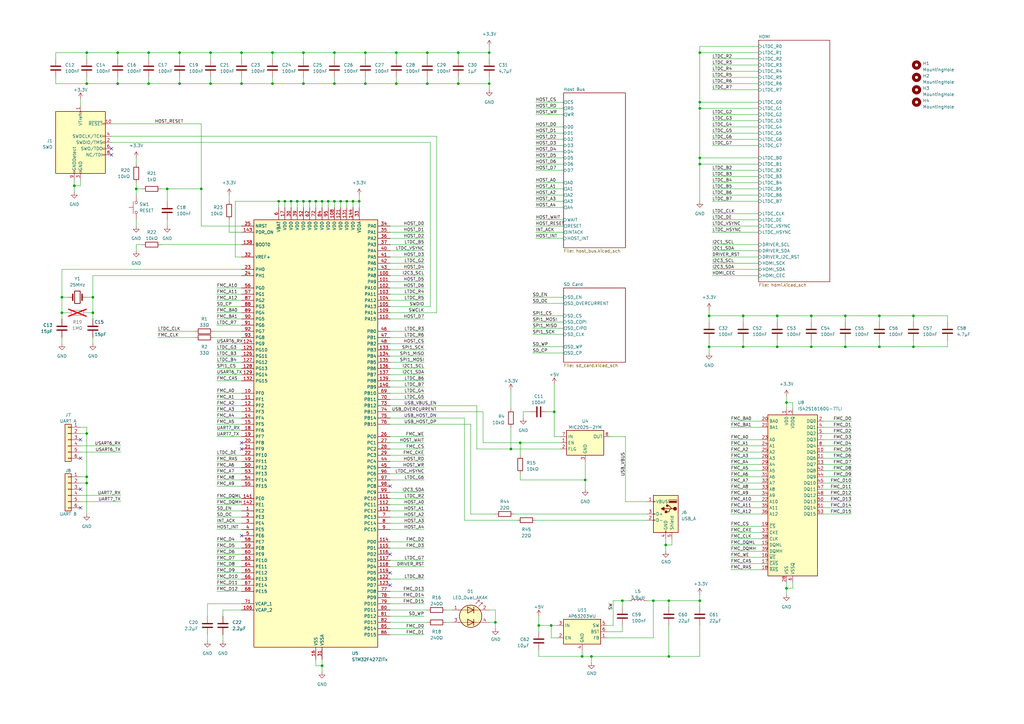
<source format=kicad_sch>
(kicad_sch (version 20230121) (generator eeschema)
  (paper "A3")
  (title_block (title "ECB Video Card") (rev "1.0") (company "Nathan Dumont"))
  (junction (at 227.33 168.91))
  (junction (at 134.62 82.55))
  (junction (at 124.46 82.55))
  (junction (at 220.98 256.54))
  (junction (at 187.96 21.59))
  (junction (at 129.54 82.55))
  (junction (at 162.56 21.59))
  (junction (at 121.92 82.55))
  (junction (at 274.32 246.38))
  (junction (at 35.56 195.58))
  (junction (at 273.05 223.52))
  (junction (at 322.58 241.3))
  (junction (at 73.66 21.59))
  (junction (at 360.68 129.54))
  (junction (at 175.26 21.59))
  (junction (at 35.56 177.8))
  (junction (at 60.96 21.59))
  (junction (at 86.36 21.59))
  (junction (at 238.76 269.24))
  (junction (at 114.3 82.55))
  (junction (at 332.74 142.24))
  (junction (at 200.66 34.29))
  (junction (at 203.2 255.27))
  (junction (at 60.96 34.29))
  (junction (at 274.32 269.24))
  (junction (at 124.46 34.29))
  (junction (at 132.08 82.55))
  (junction (at 255.27 246.38))
  (junction (at 25.4 128.27))
  (junction (at 144.78 82.55))
  (junction (at 149.86 34.29))
  (junction (at 48.26 34.29))
  (junction (at 332.74 129.54))
  (junction (at 147.32 82.55))
  (junction (at 213.36 181.61))
  (junction (at 287.02 246.38))
  (junction (at 162.56 34.29))
  (junction (at 374.65 129.54))
  (junction (at 73.66 34.29))
  (junction (at 304.8 129.54))
  (junction (at 137.16 82.55))
  (junction (at 119.38 82.55))
  (junction (at 142.24 82.55))
  (junction (at 116.84 82.55))
  (junction (at 68.58 77.47))
  (junction (at 35.56 198.12))
  (junction (at 322.58 165.1))
  (junction (at 175.26 34.29))
  (junction (at 111.76 34.29))
  (junction (at 346.71 129.54))
  (junction (at 35.56 21.59))
  (junction (at 137.16 21.59))
  (junction (at 287.02 21.59))
  (junction (at 99.06 34.29))
  (junction (at 132.08 273.05))
  (junction (at 30.48 76.2))
  (junction (at 111.76 21.59))
  (junction (at 187.96 34.29))
  (junction (at 242.57 269.24))
  (junction (at 346.71 142.24))
  (junction (at 290.83 129.54))
  (junction (at 287.02 67.31))
  (junction (at 38.1 121.92))
  (junction (at 374.65 142.24))
  (junction (at 137.16 34.29))
  (junction (at 360.68 142.24))
  (junction (at 55.88 77.47))
  (junction (at 124.46 21.59))
  (junction (at 318.77 142.24))
  (junction (at 200.66 21.59))
  (junction (at 240.03 196.85))
  (junction (at 149.86 21.59))
  (junction (at 287.02 64.77))
  (junction (at 287.02 41.91))
  (junction (at 318.77 129.54))
  (junction (at 267.97 246.38))
  (junction (at 287.02 44.45))
  (junction (at 82.55 77.47))
  (junction (at 99.06 21.59))
  (junction (at 209.55 184.15))
  (junction (at 35.56 34.29))
  (junction (at 139.7 82.55))
  (junction (at 38.1 128.27))
  (junction (at 290.83 142.24))
  (junction (at 127 82.55))
  (junction (at 86.36 34.29))
  (junction (at 226.06 256.54))
  (junction (at 48.26 21.59))
  (junction (at 25.4 121.92))
  (junction (at 304.8 142.24))
  (no_connect (at 33.02 187.96))
  (no_connect (at 160.02 227.33))
  (no_connect (at 99.06 219.71))
  (no_connect (at 160.02 234.95))
  (no_connect (at 45.72 60.96))
  (no_connect (at 99.06 184.15))
  (no_connect (at 33.02 180.34))
  (no_connect (at 45.72 63.5))
  (no_connect (at 160.02 199.39))
  (no_connect (at 33.02 200.66))
  (no_connect (at 33.02 208.28))
  (no_connect (at 160.02 240.03))
  (no_connect (at 99.06 181.61))
  (wire (pts (xy 119.38 82.55) (xy 121.92 82.55)))
  (wire (pts (xy 219.71 41.91) (xy 231.14 41.91)))
  (wire (pts (xy 55.88 90.17) (xy 55.88 92.71)))
  (wire (pts (xy 219.71 77.47) (xy 231.14 77.47)))
  (wire (pts (xy 30.48 76.2) (xy 33.02 76.2)))
  (wire (pts (xy 290.83 142.24) (xy 304.8 142.24)))
  (wire (pts (xy 218.44 137.16) (xy 231.14 137.16)))
  (wire (pts (xy 337.82 175.26) (xy 349.25 175.26)))
  (wire (pts (xy 144.78 82.55) (xy 147.32 82.55)))
  (wire (pts (xy 287.02 64.77) (xy 287.02 67.31)))
  (wire (pts (xy 88.9 232.41) (xy 99.06 232.41)))
  (wire (pts (xy 33.02 195.58) (xy 35.56 195.58)))
  (wire (pts (xy 160.02 229.87) (xy 173.99 229.87)))
  (wire (pts (xy 88.9 168.91) (xy 99.06 168.91)))
  (wire (pts (xy 88.9 125.73) (xy 99.06 125.73)))
  (wire (pts (xy 287.02 269.24) (xy 274.32 269.24)))
  (wire (pts (xy 337.82 190.5) (xy 349.25 190.5)))
  (wire (pts (xy 337.82 193.04) (xy 349.25 193.04)))
  (wire (pts (xy 337.82 203.2) (xy 349.25 203.2)))
  (wire (pts (xy 287.02 67.31) (xy 311.15 67.31)))
  (wire (pts (xy 256.54 205.74) (xy 265.43 205.74)))
  (wire (pts (xy 198.12 181.61) (xy 213.36 181.61)))
  (wire (pts (xy 160.02 148.59) (xy 173.99 148.59)))
  (wire (pts (xy 33.02 205.74) (xy 49.53 205.74)))
  (wire (pts (xy 217.17 168.91) (xy 214.63 168.91)))
  (wire (pts (xy 129.54 82.55) (xy 129.54 85.09)))
  (wire (pts (xy 255.27 246.38) (xy 257.81 246.38)))
  (wire (pts (xy 162.56 34.29) (xy 162.56 31.75)))
  (wire (pts (xy 82.55 50.8) (xy 82.55 77.47)))
  (wire (pts (xy 35.56 21.59) (xy 35.56 24.13)))
  (wire (pts (xy 132.08 273.05) (xy 132.08 275.59)))
  (wire (pts (xy 132.08 82.55) (xy 132.08 85.09)))
  (wire (pts (xy 219.71 57.15) (xy 231.14 57.15)))
  (wire (pts (xy 88.9 242.57) (xy 99.06 242.57)))
  (wire (pts (xy 200.66 21.59) (xy 200.66 24.13)))
  (wire (pts (xy 66.04 100.33) (xy 99.06 100.33)))
  (wire (pts (xy 38.1 128.27) (xy 35.56 128.27)))
  (wire (pts (xy 35.56 195.58) (xy 35.56 198.12)))
  (wire (pts (xy 22.86 34.29) (xy 22.86 31.75)))
  (wire (pts (xy 88.9 186.69) (xy 99.06 186.69)))
  (wire (pts (xy 360.68 142.24) (xy 374.65 142.24)))
  (wire (pts (xy 292.1 54.61) (xy 311.15 54.61)))
  (wire (pts (xy 292.1 34.29) (xy 311.15 34.29)))
  (wire (pts (xy 219.71 64.77) (xy 231.14 64.77)))
  (wire (pts (xy 318.77 129.54) (xy 318.77 132.08)))
  (wire (pts (xy 299.72 172.72) (xy 312.42 172.72)))
  (wire (pts (xy 200.66 19.05) (xy 200.66 21.59)))
  (wire (pts (xy 267.97 261.62) (xy 248.92 261.62)))
  (wire (pts (xy 124.46 82.55) (xy 127 82.55)))
  (wire (pts (xy 149.86 21.59) (xy 149.86 24.13)))
  (wire (pts (xy 292.1 36.83) (xy 311.15 36.83)))
  (wire (pts (xy 219.71 46.99) (xy 231.14 46.99)))
  (wire (pts (xy 220.98 252.73) (xy 220.98 256.54)))
  (wire (pts (xy 160.02 237.49) (xy 173.99 237.49)))
  (wire (pts (xy 388.62 129.54) (xy 374.65 129.54)))
  (wire (pts (xy 111.76 34.29) (xy 111.76 31.75)))
  (wire (pts (xy 124.46 34.29) (xy 111.76 34.29)))
  (wire (pts (xy 295.91 308.61) (xy 295.91 306.07)))
  (wire (pts (xy 299.72 228.6) (xy 312.42 228.6)))
  (wire (pts (xy 299.72 200.66) (xy 312.42 200.66)))
  (wire (pts (xy 160.02 140.97) (xy 173.99 140.97)))
  (wire (pts (xy 322.58 167.64) (xy 322.58 165.1)))
  (wire (pts (xy 287.02 41.91) (xy 287.02 44.45)))
  (wire (pts (xy 93.98 80.01) (xy 93.98 82.55)))
  (wire (pts (xy 218.44 144.78) (xy 231.14 144.78)))
  (wire (pts (xy 299.72 231.14) (xy 312.42 231.14)))
  (wire (pts (xy 292.1 31.75) (xy 311.15 31.75)))
  (wire (pts (xy 193.04 173.99) (xy 160.02 173.99)))
  (wire (pts (xy 250.19 179.07) (xy 256.54 179.07)))
  (wire (pts (xy 160.02 194.31) (xy 173.99 194.31)))
  (wire (pts (xy 218.44 132.08) (xy 231.14 132.08)))
  (wire (pts (xy 35.56 198.12) (xy 35.56 210.82)))
  (wire (pts (xy 274.32 269.24) (xy 242.57 269.24)))
  (wire (pts (xy 299.72 182.88) (xy 312.42 182.88)))
  (wire (pts (xy 68.58 77.47) (xy 82.55 77.47)))
  (wire (pts (xy 337.82 208.28) (xy 349.25 208.28)))
  (wire (pts (xy 124.46 82.55) (xy 124.46 85.09)))
  (wire (pts (xy 275.59 306.07) (xy 275.59 308.61)))
  (wire (pts (xy 137.16 82.55) (xy 139.7 82.55)))
  (wire (pts (xy 337.82 210.82) (xy 349.25 210.82)))
  (wire (pts (xy 93.98 95.25) (xy 99.06 95.25)))
  (wire (pts (xy 388.62 132.08) (xy 388.62 129.54)))
  (wire (pts (xy 55.88 100.33) (xy 58.42 100.33)))
  (wire (pts (xy 88.9 176.53) (xy 99.06 176.53)))
  (wire (pts (xy 160.02 151.13) (xy 173.99 151.13)))
  (wire (pts (xy 38.1 128.27) (xy 38.1 130.81)))
  (wire (pts (xy 175.26 34.29) (xy 162.56 34.29)))
  (wire (pts (xy 160.02 125.73) (xy 176.53 125.73)))
  (wire (pts (xy 374.65 142.24) (xy 374.65 139.7)))
  (wire (pts (xy 25.4 128.27) (xy 25.4 130.81)))
  (wire (pts (xy 25.4 110.49) (xy 25.4 121.92)))
  (wire (pts (xy 228.6 261.62) (xy 226.06 261.62)))
  (wire (pts (xy 58.42 77.47) (xy 55.88 77.47)))
  (wire (pts (xy 218.44 142.24) (xy 231.14 142.24)))
  (wire (pts (xy 220.98 269.24) (xy 238.76 269.24)))
  (wire (pts (xy 325.12 165.1) (xy 325.12 167.64)))
  (wire (pts (xy 160.02 138.43) (xy 173.99 138.43)))
  (wire (pts (xy 299.72 198.12) (xy 312.42 198.12)))
  (wire (pts (xy 88.9 234.95) (xy 99.06 234.95)))
  (wire (pts (xy 274.32 256.54) (xy 274.32 269.24)))
  (wire (pts (xy 322.58 162.56) (xy 322.58 165.1)))
  (wire (pts (xy 160.02 184.15) (xy 173.99 184.15)))
  (wire (pts (xy 292.1 69.85) (xy 311.15 69.85)))
  (wire (pts (xy 273.05 223.52) (xy 275.59 223.52)))
  (wire (pts (xy 187.96 34.29) (xy 187.96 31.75)))
  (wire (pts (xy 64.77 138.43) (xy 80.01 138.43)))
  (wire (pts (xy 60.96 34.29) (xy 60.96 31.75)))
  (wire (pts (xy 132.08 82.55) (xy 134.62 82.55)))
  (wire (pts (xy 142.24 82.55) (xy 144.78 82.55)))
  (wire (pts (xy 73.66 34.29) (xy 60.96 34.29)))
  (wire (pts (xy 160.02 242.57) (xy 173.99 242.57)))
  (wire (pts (xy 190.5 213.36) (xy 212.09 213.36)))
  (wire (pts (xy 88.9 143.51) (xy 99.06 143.51)))
  (wire (pts (xy 160.02 232.41) (xy 173.99 232.41)))
  (wire (pts (xy 292.1 74.93) (xy 311.15 74.93)))
  (wire (pts (xy 224.79 168.91) (xy 227.33 168.91)))
  (wire (pts (xy 346.71 129.54) (xy 346.71 132.08)))
  (wire (pts (xy 292.1 72.39) (xy 311.15 72.39)))
  (wire (pts (xy 88.9 189.23) (xy 99.06 189.23)))
  (wire (pts (xy 160.02 171.45) (xy 190.5 171.45)))
  (wire (pts (xy 33.02 185.42) (xy 49.53 185.42)))
  (wire (pts (xy 160.02 128.27) (xy 179.07 128.27)))
  (wire (pts (xy 88.9 191.77) (xy 99.06 191.77)))
  (wire (pts (xy 160.02 179.07) (xy 173.99 179.07)))
  (wire (pts (xy 144.78 82.55) (xy 144.78 85.09)))
  (wire (pts (xy 299.72 208.28) (xy 312.42 208.28)))
  (wire (pts (xy 288.29 306.07) (xy 288.29 308.61)))
  (wire (pts (xy 290.83 139.7) (xy 290.83 142.24)))
  (wire (pts (xy 160.02 209.55) (xy 173.99 209.55)))
  (wire (pts (xy 292.1 87.63) (xy 311.15 87.63)))
  (wire (pts (xy 160.02 120.65) (xy 173.99 120.65)))
  (wire (pts (xy 292.1 77.47) (xy 311.15 77.47)))
  (wire (pts (xy 88.9 166.37) (xy 99.06 166.37)))
  (wire (pts (xy 88.9 173.99) (xy 99.06 173.99)))
  (wire (pts (xy 88.9 133.35) (xy 99.06 133.35)))
  (wire (pts (xy 304.8 129.54) (xy 318.77 129.54)))
  (wire (pts (xy 287.02 243.84) (xy 287.02 246.38)))
  (wire (pts (xy 73.66 21.59) (xy 86.36 21.59)))
  (wire (pts (xy 213.36 186.69) (xy 213.36 181.61)))
  (wire (pts (xy 25.4 128.27) (xy 25.4 121.92)))
  (wire (pts (xy 88.9 217.17) (xy 99.06 217.17)))
  (wire (pts (xy 82.55 77.47) (xy 82.55 92.71)))
  (wire (pts (xy 99.06 105.41) (xy 96.52 105.41)))
  (wire (pts (xy 346.71 139.7) (xy 346.71 142.24)))
  (wire (pts (xy 162.56 21.59) (xy 175.26 21.59)))
  (wire (pts (xy 299.72 175.26) (xy 312.42 175.26)))
  (wire (pts (xy 85.09 260.35) (xy 85.09 262.89)))
  (wire (pts (xy 116.84 82.55) (xy 116.84 85.09)))
  (wire (pts (xy 219.71 74.93) (xy 231.14 74.93)))
  (wire (pts (xy 160.02 118.11) (xy 173.99 118.11)))
  (wire (pts (xy 88.9 120.65) (xy 99.06 120.65)))
  (wire (pts (xy 87.63 135.89) (xy 99.06 135.89)))
  (wire (pts (xy 229.87 184.15) (xy 209.55 184.15)))
  (wire (pts (xy 35.56 175.26) (xy 35.56 177.8)))
  (wire (pts (xy 292.1 92.71) (xy 311.15 92.71)))
  (wire (pts (xy 299.72 203.2) (xy 312.42 203.2)))
  (wire (pts (xy 160.02 135.89) (xy 173.99 135.89)))
  (wire (pts (xy 304.8 139.7) (xy 304.8 142.24)))
  (wire (pts (xy 332.74 129.54) (xy 332.74 132.08)))
  (wire (pts (xy 88.9 179.07) (xy 99.06 179.07)))
  (wire (pts (xy 287.02 21.59) (xy 311.15 21.59)))
  (wire (pts (xy 160.02 217.17) (xy 173.99 217.17)))
  (wire (pts (xy 121.92 82.55) (xy 121.92 85.09)))
  (wire (pts (xy 287.02 256.54) (xy 287.02 269.24)))
  (wire (pts (xy 87.63 138.43) (xy 99.06 138.43)))
  (wire (pts (xy 299.72 205.74) (xy 312.42 205.74)))
  (wire (pts (xy 55.88 64.77) (xy 55.88 67.31)))
  (wire (pts (xy 160.02 186.69) (xy 173.99 186.69)))
  (wire (pts (xy 175.26 21.59) (xy 187.96 21.59)))
  (wire (pts (xy 121.92 82.55) (xy 124.46 82.55)))
  (wire (pts (xy 68.58 90.17) (xy 68.58 92.71)))
  (wire (pts (xy 88.9 156.21) (xy 99.06 156.21)))
  (wire (pts (xy 219.71 85.09) (xy 231.14 85.09)))
  (wire (pts (xy 160.02 201.93) (xy 173.99 201.93)))
  (wire (pts (xy 213.36 196.85) (xy 240.03 196.85)))
  (wire (pts (xy 134.62 82.55) (xy 134.62 85.09)))
  (wire (pts (xy 299.72 218.44) (xy 312.42 218.44)))
  (wire (pts (xy 218.44 134.62) (xy 231.14 134.62)))
  (wire (pts (xy 88.9 237.49) (xy 99.06 237.49)))
  (wire (pts (xy 213.36 181.61) (xy 229.87 181.61)))
  (wire (pts (xy 124.46 34.29) (xy 124.46 31.75)))
  (wire (pts (xy 360.68 129.54) (xy 374.65 129.54)))
  (wire (pts (xy 337.82 195.58) (xy 349.25 195.58)))
  (wire (pts (xy 288.29 308.61) (xy 295.91 308.61)))
  (wire (pts (xy 219.71 69.85) (xy 231.14 69.85)))
  (wire (pts (xy 33.02 40.64) (xy 33.02 43.18)))
  (wire (pts (xy 88.9 224.79) (xy 99.06 224.79)))
  (wire (pts (xy 292.1 105.41) (xy 311.15 105.41)))
  (wire (pts (xy 88.9 161.29) (xy 99.06 161.29)))
  (wire (pts (xy 299.72 185.42) (xy 312.42 185.42)))
  (wire (pts (xy 160.02 97.79) (xy 173.99 97.79)))
  (wire (pts (xy 256.54 179.07) (xy 256.54 205.74)))
  (wire (pts (xy 27.94 128.27) (xy 25.4 128.27)))
  (wire (pts (xy 219.71 97.79) (xy 231.14 97.79)))
  (wire (pts (xy 273.05 223.52) (xy 273.05 226.06)))
  (wire (pts (xy 88.9 196.85) (xy 99.06 196.85)))
  (wire (pts (xy 160.02 123.19) (xy 173.99 123.19)))
  (wire (pts (xy 337.82 172.72) (xy 349.25 172.72)))
  (wire (pts (xy 299.72 233.68) (xy 312.42 233.68)))
  (wire (pts (xy 88.9 227.33) (xy 99.06 227.33)))
  (wire (pts (xy 88.9 140.97) (xy 99.06 140.97)))
  (wire (pts (xy 55.88 74.93) (xy 55.88 77.47)))
  (wire (pts (xy 337.82 182.88) (xy 349.25 182.88)))
  (wire (pts (xy 292.1 90.17) (xy 311.15 90.17)))
  (wire (pts (xy 88.9 229.87) (xy 99.06 229.87)))
  (wire (pts (xy 55.88 77.47) (xy 55.88 80.01)))
  (wire (pts (xy 60.96 21.59) (xy 60.96 24.13)))
  (wire (pts (xy 251.46 246.38) (xy 255.27 246.38)))
  (wire (pts (xy 219.71 95.25) (xy 231.14 95.25)))
  (wire (pts (xy 149.86 34.29) (xy 149.86 31.75)))
  (wire (pts (xy 240.03 196.85) (xy 240.03 200.66)))
  (wire (pts (xy 160.02 245.11) (xy 173.99 245.11)))
  (wire (pts (xy 374.65 142.24) (xy 388.62 142.24)))
  (wire (pts (xy 337.82 200.66) (xy 349.25 200.66)))
  (wire (pts (xy 242.57 269.24) (xy 242.57 271.78)))
  (wire (pts (xy 160.02 115.57) (xy 173.99 115.57)))
  (wire (pts (xy 33.02 203.2) (xy 49.53 203.2)))
  (wire (pts (xy 160.02 158.75) (xy 173.99 158.75)))
  (wire (pts (xy 332.74 139.7) (xy 332.74 142.24)))
  (wire (pts (xy 35.56 34.29) (xy 35.56 31.75)))
  (wire (pts (xy 292.1 46.99) (xy 311.15 46.99)))
  (wire (pts (xy 88.9 148.59) (xy 99.06 148.59)))
  (wire (pts (xy 337.82 187.96) (xy 349.25 187.96)))
  (wire (pts (xy 38.1 113.03) (xy 38.1 121.92)))
  (wire (pts (xy 160.02 95.25) (xy 173.99 95.25)))
  (wire (pts (xy 227.33 168.91) (xy 227.33 179.07)))
  (wire (pts (xy 160.02 146.05) (xy 173.99 146.05)))
  (wire (pts (xy 30.48 73.66) (xy 30.48 76.2)))
  (wire (pts (xy 218.44 124.46) (xy 231.14 124.46)))
  (wire (pts (xy 38.1 138.43) (xy 38.1 140.97)))
  (wire (pts (xy 162.56 34.29) (xy 149.86 34.29)))
  (wire (pts (xy 292.1 107.95) (xy 311.15 107.95)))
  (wire (pts (xy 200.66 31.75) (xy 200.66 34.29)))
  (wire (pts (xy 139.7 82.55) (xy 142.24 82.55)))
  (wire (pts (xy 88.9 123.19) (xy 99.06 123.19)))
  (wire (pts (xy 149.86 34.29) (xy 137.16 34.29)))
  (wire (pts (xy 203.2 255.27) (xy 203.2 257.81)))
  (wire (pts (xy 304.8 129.54) (xy 304.8 132.08)))
  (wire (pts (xy 160.02 222.25) (xy 173.99 222.25)))
  (wire (pts (xy 132.08 273.05) (xy 132.08 270.51)))
  (wire (pts (xy 30.48 76.2) (xy 30.48 78.74)))
  (wire (pts (xy 124.46 21.59) (xy 137.16 21.59)))
  (wire (pts (xy 200.66 34.29) (xy 187.96 34.29)))
  (wire (pts (xy 111.76 21.59) (xy 124.46 21.59)))
  (wire (pts (xy 137.16 21.59) (xy 149.86 21.59)))
  (wire (pts (xy 219.71 80.01) (xy 231.14 80.01)))
  (wire (pts (xy 265.43 210.82) (xy 210.82 210.82)))
  (wire (pts (xy 248.92 256.54) (xy 251.46 256.54)))
  (wire (pts (xy 91.44 252.73) (xy 91.44 250.19)))
  (wire (pts (xy 88.9 128.27) (xy 99.06 128.27)))
  (wire (pts (xy 182.88 250.19) (xy 185.42 250.19)))
  (wire (pts (xy 227.33 179.07) (xy 229.87 179.07)))
  (wire (pts (xy 162.56 21.59) (xy 162.56 24.13)))
  (wire (pts (xy 160.02 247.65) (xy 173.99 247.65)))
  (wire (pts (xy 220.98 266.7) (xy 220.98 269.24)))
  (wire (pts (xy 160.02 204.47) (xy 173.99 204.47)))
  (wire (pts (xy 33.02 76.2) (xy 33.02 73.66)))
  (wire (pts (xy 374.65 129.54) (xy 374.65 132.08)))
  (wire (pts (xy 337.82 180.34) (xy 349.25 180.34)))
  (wire (pts (xy 142.24 82.55) (xy 142.24 85.09)))
  (wire (pts (xy 299.72 190.5) (xy 312.42 190.5)))
  (wire (pts (xy 99.06 34.29) (xy 86.36 34.29)))
  (wire (pts (xy 85.09 247.65) (xy 85.09 252.73)))
  (wire (pts (xy 322.58 241.3) (xy 322.58 243.84)))
  (wire (pts (xy 292.1 113.03) (xy 311.15 113.03)))
  (wire (pts (xy 292.1 100.33) (xy 311.15 100.33)))
  (wire (pts (xy 195.58 166.37) (xy 195.58 184.15)))
  (wire (pts (xy 337.82 205.74) (xy 349.25 205.74)))
  (wire (pts (xy 124.46 21.59) (xy 124.46 24.13)))
  (wire (pts (xy 99.06 21.59) (xy 99.06 24.13)))
  (wire (pts (xy 219.71 90.17) (xy 231.14 90.17)))
  (wire (pts (xy 290.83 127) (xy 290.83 129.54)))
  (wire (pts (xy 299.72 215.9) (xy 312.42 215.9)))
  (wire (pts (xy 219.71 67.31) (xy 231.14 67.31)))
  (wire (pts (xy 147.32 82.55) (xy 147.32 85.09)))
  (wire (pts (xy 25.4 138.43) (xy 25.4 140.97)))
  (wire (pts (xy 73.66 21.59) (xy 73.66 24.13)))
  (wire (pts (xy 322.58 241.3) (xy 325.12 241.3)))
  (wire (pts (xy 55.88 102.87) (xy 55.88 100.33)))
  (wire (pts (xy 127 82.55) (xy 127 85.09)))
  (wire (pts (xy 226.06 261.62) (xy 226.06 256.54)))
  (wire (pts (xy 265.43 246.38) (xy 267.97 246.38)))
  (wire (pts (xy 219.71 62.23) (xy 231.14 62.23)))
  (wire (pts (xy 66.04 77.47) (xy 68.58 77.47)))
  (wire (pts (xy 299.72 226.06) (xy 312.42 226.06)))
  (wire (pts (xy 292.1 95.25) (xy 311.15 95.25)))
  (wire (pts (xy 287.02 19.05) (xy 287.02 21.59)))
  (wire (pts (xy 160.02 224.79) (xy 173.99 224.79)))
  (wire (pts (xy 292.1 57.15) (xy 311.15 57.15)))
  (wire (pts (xy 88.9 209.55) (xy 99.06 209.55)))
  (wire (pts (xy 91.44 250.19) (xy 99.06 250.19)))
  (wire (pts (xy 160.02 191.77) (xy 173.99 191.77)))
  (wire (pts (xy 119.38 82.55) (xy 119.38 85.09)))
  (wire (pts (xy 160.02 92.71) (xy 173.99 92.71)))
  (wire (pts (xy 86.36 21.59) (xy 86.36 24.13)))
  (wire (pts (xy 111.76 21.59) (xy 111.76 24.13)))
  (wire (pts (xy 360.68 139.7) (xy 360.68 142.24)))
  (wire (pts (xy 238.76 269.24) (xy 238.76 266.7)))
  (wire (pts (xy 219.71 82.55) (xy 231.14 82.55)))
  (wire (pts (xy 219.71 54.61) (xy 231.14 54.61)))
  (wire (pts (xy 299.72 195.58) (xy 312.42 195.58)))
  (wire (pts (xy 68.58 77.47) (xy 68.58 82.55)))
  (wire (pts (xy 175.26 34.29) (xy 175.26 31.75)))
  (wire (pts (xy 88.9 163.83) (xy 99.06 163.83)))
  (wire (pts (xy 114.3 82.55) (xy 116.84 82.55)))
  (wire (pts (xy 346.71 142.24) (xy 360.68 142.24)))
  (wire (pts (xy 292.1 59.69) (xy 311.15 59.69)))
  (wire (pts (xy 292.1 80.01) (xy 311.15 80.01)))
  (wire (pts (xy 160.02 102.87) (xy 173.99 102.87)))
  (wire (pts (xy 160.02 257.81) (xy 173.99 257.81)))
  (wire (pts (xy 88.9 171.45) (xy 99.06 171.45)))
  (wire (pts (xy 160.02 161.29) (xy 173.99 161.29)))
  (wire (pts (xy 337.82 198.12) (xy 349.25 198.12)))
  (wire (pts (xy 160.02 156.21) (xy 173.99 156.21)))
  (wire (pts (xy 219.71 52.07) (xy 231.14 52.07)))
  (wire (pts (xy 214.63 168.91) (xy 214.63 171.45)))
  (wire (pts (xy 88.9 153.67) (xy 99.06 153.67)))
  (wire (pts (xy 160.02 153.67) (xy 173.99 153.67)))
  (wire (pts (xy 292.1 49.53) (xy 311.15 49.53)))
  (wire (pts (xy 226.06 256.54) (xy 220.98 256.54)))
  (wire (pts (xy 274.32 246.38) (xy 274.32 248.92)))
  (wire (pts (xy 134.62 82.55) (xy 137.16 82.55)))
  (wire (pts (xy 251.46 256.54) (xy 251.46 246.38)))
  (wire (pts (xy 91.44 260.35) (xy 91.44 262.89)))
  (wire (pts (xy 218.44 129.54) (xy 231.14 129.54)))
  (wire (pts (xy 346.71 129.54) (xy 360.68 129.54)))
  (wire (pts (xy 60.96 34.29) (xy 48.26 34.29)))
  (wire (pts (xy 88.9 207.01) (xy 99.06 207.01)))
  (wire (pts (xy 195.58 166.37) (xy 160.02 166.37)))
  (wire (pts (xy 322.58 165.1) (xy 325.12 165.1)))
  (wire (pts (xy 88.9 130.81) (xy 99.06 130.81)))
  (wire (pts (xy 22.86 21.59) (xy 35.56 21.59)))
  (wire (pts (xy 322.58 238.76) (xy 322.58 241.3)))
  (wire (pts (xy 86.36 21.59) (xy 99.06 21.59)))
  (wire (pts (xy 292.1 29.21) (xy 311.15 29.21)))
  (wire (pts (xy 187.96 21.59) (xy 200.66 21.59)))
  (wire (pts (xy 267.97 246.38) (xy 267.97 261.62)))
  (wire (pts (xy 337.82 185.42) (xy 349.25 185.42)))
  (wire (pts (xy 203.2 250.19) (xy 203.2 255.27)))
  (wire (pts (xy 290.83 129.54) (xy 304.8 129.54)))
  (wire (pts (xy 304.8 142.24) (xy 318.77 142.24)))
  (wire (pts (xy 175.26 21.59) (xy 175.26 24.13)))
  (wire (pts (xy 227.33 157.48) (xy 227.33 168.91)))
  (wire (pts (xy 287.02 21.59) (xy 287.02 41.91)))
  (wire (pts (xy 255.27 256.54) (xy 255.27 259.08)))
  (wire (pts (xy 99.06 247.65) (xy 85.09 247.65)))
  (wire (pts (xy 193.04 210.82) (xy 193.04 173.99)))
  (wire (pts (xy 35.56 21.59) (xy 48.26 21.59)))
  (wire (pts (xy 219.71 44.45) (xy 231.14 44.45)))
  (wire (pts (xy 318.77 142.24) (xy 332.74 142.24)))
  (wire (pts (xy 160.02 260.35) (xy 173.99 260.35)))
  (wire (pts (xy 88.9 146.05) (xy 99.06 146.05)))
  (wire (pts (xy 137.16 82.55) (xy 137.16 85.09)))
  (wire (pts (xy 299.72 187.96) (xy 312.42 187.96)))
  (wire (pts (xy 292.1 24.13) (xy 311.15 24.13)))
  (wire (pts (xy 240.03 189.23) (xy 240.03 196.85)))
  (wire (pts (xy 160.02 214.63) (xy 173.99 214.63)))
  (wire (pts (xy 25.4 121.92) (xy 27.94 121.92)))
  (wire (pts (xy 299.72 220.98) (xy 312.42 220.98)))
  (wire (pts (xy 147.32 80.01) (xy 147.32 82.55)))
  (wire (pts (xy 160.02 255.27) (xy 175.26 255.27)))
  (wire (pts (xy 64.77 135.89) (xy 80.01 135.89)))
  (wire (pts (xy 88.9 212.09) (xy 99.06 212.09)))
  (wire (pts (xy 274.32 246.38) (xy 287.02 246.38)))
  (wire (pts (xy 33.02 175.26) (xy 35.56 175.26)))
  (wire (pts (xy 99.06 21.59) (xy 111.76 21.59)))
  (wire (pts (xy 129.54 273.05) (xy 132.08 273.05)))
  (wire (pts (xy 160.02 168.91) (xy 198.12 168.91)))
  (wire (pts (xy 290.83 129.54) (xy 290.83 132.08)))
  (wire (pts (xy 287.02 64.77) (xy 311.15 64.77)))
  (wire (pts (xy 255.27 246.38) (xy 255.27 248.92)))
  (wire (pts (xy 129.54 82.55) (xy 132.08 82.55)))
  (wire (pts (xy 226.06 256.54) (xy 228.6 256.54)))
  (wire (pts (xy 93.98 90.17) (xy 93.98 95.25)))
  (wire (pts (xy 287.02 44.45) (xy 287.02 64.77)))
  (wire (pts (xy 218.44 121.92) (xy 231.14 121.92)))
  (wire (pts (xy 45.72 55.88) (xy 179.07 55.88)))
  (wire (pts (xy 292.1 102.87) (xy 311.15 102.87)))
  (wire (pts (xy 190.5 171.45) (xy 190.5 213.36)))
  (wire (pts (xy 160.02 252.73) (xy 173.99 252.73)))
  (wire (pts (xy 200.66 250.19) (xy 203.2 250.19)))
  (wire (pts (xy 325.12 241.3) (xy 325.12 238.76)))
  (wire (pts (xy 99.06 110.49) (xy 25.4 110.49)))
  (wire (pts (xy 292.1 26.67) (xy 311.15 26.67)))
  (wire (pts (xy 160.02 113.03) (xy 173.99 113.03)))
  (wire (pts (xy 187.96 34.29) (xy 175.26 34.29)))
  (wire (pts (xy 160.02 143.51) (xy 173.99 143.51)))
  (wire (pts (xy 200.66 255.27) (xy 203.2 255.27)))
  (wire (pts (xy 127 82.55) (xy 129.54 82.55)))
  (wire (pts (xy 287.02 41.91) (xy 311.15 41.91)))
  (wire (pts (xy 213.36 194.31) (xy 213.36 196.85)))
  (wire (pts (xy 38.1 121.92) (xy 38.1 128.27)))
  (wire (pts (xy 160.02 130.81) (xy 173.99 130.81)))
  (wire (pts (xy 332.74 142.24) (xy 346.71 142.24)))
  (wire (pts (xy 137.16 34.29) (xy 124.46 34.29)))
  (wire (pts (xy 160.02 250.19) (xy 175.26 250.19)))
  (wire (pts (xy 299.72 210.82) (xy 312.42 210.82)))
  (wire (pts (xy 73.66 34.29) (xy 73.66 31.75)))
  (wire (pts (xy 48.26 34.29) (xy 48.26 31.75)))
  (wire (pts (xy 88.9 204.47) (xy 99.06 204.47)))
  (wire (pts (xy 99.06 34.29) (xy 99.06 31.75)))
  (wire (pts (xy 160.02 207.01) (xy 173.99 207.01)))
  (wire (pts (xy 129.54 270.51) (xy 129.54 273.05)))
  (wire (pts (xy 292.1 52.07) (xy 311.15 52.07)))
  (wire (pts (xy 248.92 259.08) (xy 255.27 259.08)))
  (wire (pts (xy 137.16 34.29) (xy 137.16 31.75)))
  (wire (pts (xy 160.02 196.85) (xy 173.99 196.85)))
  (wire (pts (xy 88.9 118.11) (xy 99.06 118.11)))
  (wire (pts (xy 48.26 21.59) (xy 60.96 21.59)))
  (wire (pts (xy 299.72 223.52) (xy 312.42 223.52)))
  (wire (pts (xy 160.02 105.41) (xy 173.99 105.41)))
  (wire (pts (xy 337.82 177.8) (xy 349.25 177.8)))
  (wire (pts (xy 88.9 222.25) (xy 99.06 222.25)))
  (wire (pts (xy 45.72 50.8) (xy 82.55 50.8)))
  (wire (pts (xy 35.56 34.29) (xy 22.86 34.29)))
  (wire (pts (xy 187.96 21.59) (xy 187.96 24.13)))
  (wire (pts (xy 35.56 121.92) (xy 38.1 121.92)))
  (wire (pts (xy 35.56 198.12) (xy 33.02 198.12)))
  (wire (pts (xy 22.86 24.13) (xy 22.86 21.59)))
  (wire (pts (xy 287.02 44.45) (xy 311.15 44.45)))
  (wire (pts (xy 179.07 55.88) (xy 179.07 128.27)))
  (wire (pts (xy 160.02 100.33) (xy 173.99 100.33)))
  (wire (pts (xy 160.02 110.49) (xy 173.99 110.49)))
  (wire (pts (xy 287.02 19.05) (xy 311.15 19.05)))
  (wire (pts (xy 86.36 34.29) (xy 73.66 34.29)))
  (wire (pts (xy 114.3 85.09) (xy 114.3 82.55)))
  (wire (pts (xy 48.26 21.59) (xy 48.26 24.13)))
  (wire (pts (xy 219.71 92.71) (xy 231.14 92.71)))
  (wire (pts (xy 99.06 113.03) (xy 38.1 113.03)))
  (wire (pts (xy 60.96 21.59) (xy 73.66 21.59)))
  (wire (pts (xy 200.66 34.29) (xy 200.66 36.83)))
  (wire (pts (xy 290.83 142.24) (xy 290.83 144.78)))
  (wire (pts (xy 360.68 129.54) (xy 360.68 132.08)))
  (wire (pts (xy 273.05 220.98) (xy 273.05 223.52)))
  (wire (pts (xy 219.71 213.36) (xy 265.43 213.36)))
  (wire (pts (xy 96.52 82.55) (xy 114.3 82.55)))
  (wire (pts (xy 292.1 82.55) (xy 311.15 82.55)))
  (wire (pts (xy 149.86 21.59) (xy 162.56 21.59)))
  (wire (pts (xy 198.12 168.91) (xy 198.12 181.61)))
  (wire (pts (xy 160.02 212.09) (xy 173.99 212.09)))
  (wire (pts (xy 182.88 255.27) (xy 185.42 255.27)))
  (wire (pts (xy 35.56 177.8) (xy 35.56 195.58)))
  (wire (pts (xy 160.02 163.83) (xy 173.99 163.83)))
  (wire (pts (xy 209.55 175.26) (xy 209.55 184.15)))
  (wire (pts (xy 318.77 139.7) (xy 318.77 142.24)))
  (wire (pts (xy 203.2 210.82) (xy 193.04 210.82)))
  (wire (pts (xy 33.02 177.8) (xy 35.56 177.8)))
  (wire (pts (xy 48.26 34.29) (xy 35.56 34.29)))
  (wire (pts (xy 267.97 246.38) (xy 274.32 246.38)))
  (wire (pts (xy 88.9 214.63) (xy 99.06 214.63)))
  (wire (pts (xy 219.71 59.69) (xy 231.14 59.69)))
  (wire (pts (xy 160.02 189.23) (xy 173.99 189.23)))
  (wire (pts (xy 299.72 193.04) (xy 312.42 193.04)))
  (wire (pts (xy 195.58 184.15) (xy 209.55 184.15)))
  (wire (pts (xy 160.02 181.61) (xy 173.99 181.61)))
  (wire (pts (xy 287.02 246.38) (xy 287.02 248.92)))
  (wire (pts (xy 275.59 223.52) (xy 275.59 220.98)))
  (wire (pts (xy 209.55 160.02) (xy 209.55 167.64)))
  (wire (pts (xy 88.9 199.39) (xy 99.06 199.39)))
  (wire (pts (xy 88.9 151.13) (xy 99.06 151.13)))
  (wire (pts (xy 33.02 182.88) (xy 49.53 182.88)))
  (wire (pts (xy 88.9 194.31) (xy 99.06 194.31)))
  (wire (pts (xy 88.9 240.03) (xy 99.06 240.03)))
  (wire (pts (xy 220.98 256.54) (xy 220.98 259.08)))
  (wire (pts (xy 176.53 58.42) (xy 176.53 125.73)))
  (wire (pts (xy 388.62 142.24) (xy 388.62 139.7)))
  (wire (pts (xy 299.72 180.34) (xy 312.42 180.34)))
  (wire (pts (xy 160.02 107.95) (xy 173.99 107.95)))
  (wire (pts (xy 287.02 67.31) (xy 287.02 82.55)))
  (wire (pts (xy 332.74 129.54) (xy 346.71 129.54)))
  (wire (pts (xy 292.1 110.49) (xy 311.15 110.49)))
  (wire (pts (xy 242.57 269.24) (xy 238.76 269.24)))
  (wire (pts (xy 176.53 58.42) (xy 45.72 58.42)))
  (wire (pts (xy 137.16 21.59) (xy 137.16 24.13)))
  (wire (pts (xy 111.76 34.29) (xy 99.06 34.29)))
  (wire (pts (xy 139.7 82.55) (xy 139.7 85.09)))
  (wire (pts (xy 96.52 105.41) (xy 96.52 82.55)))
  (wire (pts (xy 318.77 129.54) (xy 332.74 129.54)))
  (wire (pts (xy 86.36 34.29) (xy 86.36 31.75)))
  (wire (pts (xy 116.84 82.55) (xy 119.38 82.55)))
  (wire (pts (xy 99.06 92.71) (xy 82.55 92.71)))
  (label "FMC_CKE" (at 299.72 218.44 0))
  (label "FMC_A7" (at 299.72 198.12 0))
  (label "FMC_D15" (at 173.99 247.65 180))
  (label "FMC_A10" (at 88.9 118.11 0))
  (label "HOST_D1" (at 173.99 95.25 180))
  (label "FMC_D4" (at 349.25 182.88 180))
  (label "LTDC_R4" (at 292.1 29.21 0))
  (label "UART7_RX" (at 49.53 203.2 180))
  (label "HOST_D4" (at 173.99 110.49 180))
  (label "FMC_A12" (at 299.72 210.82 0))
  (label "LTDC_R3" (at 173.99 135.89 180))
  (label "FMC_A1" (at 299.72 182.88 0))
  (label "SW" (at 251.46 250.19 90))
  (label "HOST_D6" (at 219.71 67.31 0))
  (label "I2C1_SCL" (at 292.1 100.33 0))
  (label "LTDC_B3" (at 88.9 146.05 0))
  (label "FMC_A9" (at 299.72 203.2 0))
  (label "LTDC_G3" (at 88.9 143.51 0))
  (label "FMC_CAS" (at 299.72 231.14 0))
  (label "HOST_A3" (at 219.71 82.55 0))
  (label "FMC_D4" (at 88.9 222.25 0))
  (label "FMC_A5" (at 299.72 193.04 0))
  (label "SPI1_SCK" (at 218.44 137.16 0))
  (label "FMC_D12" (at 88.9 242.57 0))
  (label "LTDC_B7" (at 292.1 82.55 0))
  (label "I2C3_SDA" (at 292.1 110.49 0))
  (label "FMC_A11" (at 88.9 120.65 0))
  (label "HOST_D2" (at 173.99 97.79 180))
  (label "UART7_TX" (at 49.53 205.74 180))
  (label "USART6_TX" (at 88.9 153.67 0))
  (label "LTDC_B2" (at 173.99 237.49 180))
  (label "HOST_D6" (at 173.99 118.11 180))
  (label "FMC_RAS" (at 299.72 233.68 0))
  (label "FMC_D10" (at 349.25 198.12 180))
  (label "LTDC_R5" (at 173.99 123.19 180))
  (label "HOST_WAIT" (at 219.71 90.17 0))
  (label "LTDC_G6" (at 173.99 196.85 180))
  (label "UART7_TX" (at 88.9 179.07 0))
  (label "HOST_WAIT" (at 173.99 181.61 180))
  (label "LTDC_B4" (at 88.9 148.59 0))
  (label "HOST_D3" (at 219.71 59.69 0))
  (label "FMC_A9" (at 88.9 199.39 0))
  (label "SPI1_SCK" (at 173.99 143.51 180))
  (label "FMC_A8" (at 88.9 196.85 0))
  (label "HOST_A0" (at 173.99 207.01 180))
  (label "FMC_D7" (at 88.9 229.87 0))
  (label "LTDC_B3" (at 292.1 72.39 0))
  (label "FMC_A4" (at 88.9 171.45 0))
  (label "FMC_BA0" (at 299.72 172.72 0))
  (label "HOST_D3" (at 173.99 105.41 180))
  (label "HOST_D7" (at 219.71 69.85 0))
  (label "SPI1_MOSI" (at 173.99 148.59 180))
  (label "FMC_D15" (at 349.25 210.82 180))
  (label "FMC_D8" (at 349.25 193.04 180))
  (label "FMC_D5" (at 349.25 185.42 180))
  (label "HOST_CS" (at 173.99 140.97 180))
  (label "HOST_WR" (at 219.71 46.99 0))
  (label "HOST_D4" (at 219.71 62.23 0))
  (label "FMC_D14" (at 173.99 245.11 180))
  (label "HOST_A0" (at 219.71 74.93 0))
  (label "FMC_DQML" (at 88.9 204.47 0))
  (label "HOST_A4" (at 173.99 217.17 180))
  (label "USB_HOST_DP" (at 179.07 173.99 180))
  (label "FMC_BA1" (at 88.9 130.81 0))
  (label "LTDC_R4" (at 173.99 120.65 180))
  (label "HOST_CS" (at 219.71 41.91 0))
  (label "FMC_A0" (at 299.72 180.34 0))
  (label "FMC_A5" (at 88.9 173.99 0))
  (label "FMC_CKE" (at 173.99 186.69 180))
  (label "USB_VBUS" (at 256.54 185.42 270))
  (label "FMC_D11" (at 349.25 200.66 180))
  (label "FMC_A3" (at 299.72 187.96 0))
  (label "FMC_DQML" (at 299.72 223.52 0))
  (label "LTDC_G4" (at 292.1 52.07 0))
  (label "FMC_A2" (at 88.9 166.37 0))
  (label "USB_HOST_DN" (at 179.07 171.45 180))
  (label "INT_ACK" (at 219.71 95.25 0))
  (label "FMC_A6" (at 299.72 195.58 0))
  (label "LTDC_G7" (at 292.1 59.69 0))
  (label "LTDC_B5" (at 292.1 77.47 0))
  (label "DRIVER_RST" (at 292.1 105.41 0))
  (label "HOST_D0" (at 219.71 52.07 0))
  (label "HOST_A2" (at 219.71 80.01 0))
  (label "INT_ACK" (at 88.9 214.63 0))
  (label "FMC_DQMH" (at 299.72 226.06 0))
  (label "FMC_D6" (at 349.25 187.96 180))
  (label "FMC_A1" (at 88.9 163.83 0))
  (label "LTDC_G2" (at 292.1 46.99 0))
  (label "LTDC_CLK" (at 292.1 87.63 0))
  (label "LTDC_DE" (at 88.9 186.69 0))
  (label "FMC_D1" (at 173.99 260.35 180))
  (label "HOST_INT" (at 219.71 97.79 0))
  (label "FMC_D7" (at 349.25 190.5 180))
  (label "HOST_D0" (at 173.99 92.71 180))
  (label "USART6_TX" (at 49.53 185.42 180))
  (label "HOST_RESET" (at 63.5 50.8 0))
  (label "SD_EN" (at 88.9 209.55 0))
  (label "FMC_A4" (at 299.72 190.5 0))
  (label "SD_CP" (at 88.9 125.73 0))
  (label "FMC_BA0" (at 88.9 128.27 0))
  (label "FMC_BA1" (at 299.72 175.26 0))
  (label "HOST_D5" (at 219.71 64.77 0))
  (label "HOST_D7" (at 173.99 130.81 180))
  (label "FMC_A7" (at 88.9 194.31 0))
  (label "LTDC_HSYNC" (at 173.99 194.31 180))
  (label "HOST_RESET" (at 219.71 92.71 0))
  (label "LTDC_HSYNC" (at 292.1 95.25 0))
  (label "LTDC_G2" (at 173.99 107.95 180))
  (label "LTDC_R3" (at 292.1 26.67 0))
  (label "SPI1_MISO" (at 173.99 146.05 180))
  (label "SPI1_MOSI" (at 218.44 132.08 0))
  (label "FMC_A8" (at 299.72 200.66 0))
  (label "LTDC_B7" (at 173.99 158.75 180))
  (label "LTDC_VSYNC" (at 173.99 102.87 180))
  (label "FMC_D3" (at 349.25 180.34 180))
  (label "FMC_D9" (at 349.25 195.58 180))
  (label "FMC_D2" (at 173.99 222.25 180))
  (label "FMC_D10" (at 88.9 237.49 0))
  (label "LTDC_G5" (at 173.99 163.83 180))
  (label "HOST_RD" (at 173.99 189.23 180))
  (label "HOST_D5" (at 173.99 115.57 180))
  (label "FMC_CS" (at 173.99 184.15 180))
  (label "USB_OVERCURRENT" (at 179.07 168.91 180))
  (label "FMC_A6" (at 88.9 191.77 0))
  (label "HDMI_CEC" (at 292.1 113.03 0))
  (label "LTDC_VSYNC" (at 292.1 92.71 0))
  (label "UART7_RX" (at 88.9 176.53 0))
  (label "HOST_A1" (at 219.71 77.47 0))
  (label "I2C1_SDA" (at 173.99 153.67 180))
  (label "FMC_D14" (at 349.25 208.28 180))
  (label "I2C1_SDA" (at 292.1 102.87 0))
  (label "FMC_DQMH" (at 88.9 207.01 0))
  (label "HOST_INT" (at 88.9 217.17 0))
  (label "FMC_D9" (at 88.9 234.95 0))
  (label "SWDIO" (at 173.99 125.73 180))
  (label "SD_OC" (at 88.9 212.09 0))
  (label "LTDC_R6" (at 292.1 34.29 0))
  (label "I2C3_SCL" (at 292.1 107.95 0))
  (label "I2C1_SCL" (at 173.99 151.13 180))
  (label "HOST_A4" (at 219.71 85.09 0))
  (label "I2C3_SDA" (at 173.99 201.93 180))
  (label "LTDC_B4" (at 292.1 74.93 0))
  (label "FMC_D6" (at 88.9 227.33 0))
  (label "FMC_A12" (at 88.9 123.19 0))
  (label "LTDC_B6" (at 292.1 80.01 0))
  (label "FMC_D13" (at 349.25 205.74 180))
  (label "USART6_RX" (at 49.53 182.88 180))
  (label "LTDC_R7" (at 88.9 133.35 0))
  (label "FMC_A2" (at 299.72 185.42 0))
  (label "I2C3_SCL" (at 173.99 113.03 180))
  (label "LTDC_R7" (at 292.1 36.83 0))
  (label "FMC_WE" (at 173.99 179.07 180))
  (label "FMC_D1" (at 349.25 175.26 180))
  (label "LTDC_R5" (at 292.1 31.75 0))
  (label "FMC_D5" (at 88.9 224.79 0))
  (label "FMC_D13" (at 173.99 242.57 180))
  (label "FMC_D12" (at 349.25 203.2 180))
  (label "LTDC_B6" (at 173.99 156.21 180))
  (label "LTDC_G6" (at 292.1 57.15 0))
  (label "LTDC_DE" (at 292.1 90.17 0))
  (label "FMC_RAS" (at 88.9 189.23 0))
  (label "FMC_WE" (at 299.72 228.6 0))
  (label "HOST_A1" (at 173.99 209.55 180))
  (label "LTDC_CLK" (at 64.77 135.89 0))
  (label "FMC_CS" (at 299.72 215.9 0))
  (label "SPI1_MISO" (at 218.44 134.62 0))
  (label "FMC_CAS" (at 88.9 156.21 0))
  (label "SWCLK" (at 173.99 128.27 180))
  (label "FMC_CLK" (at 299.72 220.98 0))
  (label "SD_WP" (at 173.99 252.73 180))
  (label "FMC_D11" (at 88.9 240.03 0))
  (label "FMC_D0" (at 349.25 172.72 180))
  (label "LTDC_R2" (at 292.1 24.13 0))
  (label "HOST_WR" (at 173.99 191.77 180))
  (label "LTDC_G5" (at 292.1 54.61 0))
  (label "USB_VBUS_EN" (at 179.07 166.37 180))
  (label "FMC_D8" (at 88.9 232.41 0))
  (label "LTDC_G3" (at 292.1 49.53 0))
  (label "LTDC_B2" (at 292.1 69.85 0))
  (label "FMC_D0" (at 173.99 257.81 180))
  (label "SD_CP" (at 218.44 144.78 0))
  (label "HOST_A2" (at 173.99 212.09 180))
  (label "HOST_D2" (at 219.71 57.15 0))
  (label "FMC_A10" (at 299.72 205.74 0))
  (label "FMC_A11" (at 299.72 208.28 0))
  (label "FMC_D3" (at 173.99 224.79 180))
  (label "LTDC_R6" (at 173.99 138.43 180))
  (label "SPI1_CS" (at 88.9 151.13 0))
  (label "SD_OC" (at 218.44 124.46 0))
  (label "FMC_A0" (at 88.9 161.29 0))
  (label "HOST_A3" (at 173.99 214.63 180))
  (label "SPI1_CS" (at 218.44 129.54 0))
  (label "FMC_D2" (at 349.25 177.8 180))
  (label "SD_WP" (at 218.44 142.24 0))
  (label "DRIVER_RST" (at 173.99 232.41 180))
  (label "LTDC_R2" (at 173.99 204.47 180))
  (label "LTDC_G4" (at 173.99 161.29 180))
  (label "FMC_CLK" (at 64.77 138.43 0))
  (label "LTDC_G7" (at 173.99 229.87 180))
  (label "FMC_A3" (at 88.9 168.91 0))
  (label "SD_EN" (at 218.44 121.92 0))
  (label "LTDC_B5" (at 173.99 100.33 180))
  (label "USART6_RX" (at 88.9 140.97 0))
  (label "HOST_RD" (at 219.71 44.45 0))
  (label "HOST_D1" (at 219.71 54.61 0))
  (symbol (lib_id "Device:C") (at 48.26 27.94 0) (unit 1)
    (property "Reference" "C16" (at 52.07 26.6699 0) (effects (justify left)))
    (property "Value" "100nF" (at 52.07 29.2099 0) (effects (justify left)))
    (property "Footprint" "Capacitor_SMD:C_0603_1608Metric_Pad1.08x0.95mm_HandSolder" (effects hide))
    (property "Part number" "Generic 0603 X7R  50V 10%" (effects hide))
  )
  (symbol (lib_id "Device:C") (at 60.96 27.94 0) (unit 1)
    (property "Reference" "C17" (at 64.77 26.6699 0) (effects (justify left)))
    (property "Value" "100nF" (at 64.77 29.2099 0) (effects (justify left)))
    (property "Footprint" "Capacitor_SMD:C_0603_1608Metric_Pad1.08x0.95mm_HandSolder" (effects hide))
    (property "Part number" "Generic 0603 X7R  50V 10%" (effects hide))
  )
  (symbol (lib_id "power:+3.3V") (at 200.66 19.05 0) (unit 1)
    (property "Reference" "#PWR0107" (effects hide))
    (property "Value" "+3.3V" (at 200.66 13.97 0))
  )
  (symbol (lib_id "Connector:USB_A") (at 273.05 210.82 0) (mirror y) (unit 1)
    (property "Reference" "J6" (at 279.4 210.185 0) (effects (justify right)))
    (property "Value" "USB_A" (at 279.4 212.725 0) (effects (justify right)))
    (property "Footprint" "Connector_USB:USB_A_Molex_67643_Horizontal" (effects hide))
    (property "Datasheet" " ~" (effects hide))
  )
  (symbol (lib_id "Device:Crystal") (at 31.75 121.92 0) (unit 1)
    (property "Reference" "Y1" (at 31.75 114.3 0))
    (property "Value" "25MHz" (at 31.75 116.84 0))
    (property "Footprint" "Crystal:Crystal_SMD_Abracon_ABM3-2Pin_5.0x3.2mm_HandSoldering" (effects hide))
    (property "Farnell" "2101328" (effects hide))
  )
  (symbol (lib_id "Device:C") (at 99.06 27.94 0) (unit 1)
    (property "Reference" "C23" (at 102.87 26.6699 0) (effects (justify left)))
    (property "Value" "100nF" (at 102.87 29.2099 0) (effects (justify left)))
    (property "Footprint" "Capacitor_SMD:C_0603_1608Metric_Pad1.08x0.95mm_HandSolder" (effects hide))
    (property "Part number" "Generic 0603 X7R  50V 10%" (effects hide))
  )
  (symbol (lib_id "Device:C") (at 290.83 135.89 0) (unit 1)
    (property "Reference" "C32" (at 294.64 134.6199 0) (effects (justify left)))
    (property "Value" "100nF" (at 294.64 137.1599 0) (effects (justify left)))
    (property "Footprint" "Capacitor_SMD:C_0603_1608Metric_Pad1.08x0.95mm_HandSolder" (effects hide))
    (property "Part number" "Generic 0603 X7R  50V 10%" (effects hide))
  )
  (symbol (lib_id "Connector_Generic:Conn_01x06") (at 27.94 180.34 0) (mirror y) (unit 1)
    (property "Reference" "J7" (at 27.94 170.18 0))
    (property "Value" "UART A" (at 27.94 172.72 0))
    (property "Footprint" "Connector_PinHeader_2.54mm:PinHeader_1x06_P2.54mm_Vertical" (effects hide))
  )
  (symbol (lib_id "Device:R") (at 215.9 213.36 90) (unit 1)
    (property "Reference" "R45" (at 215.9 217.17 90))
    (property "Value" "22Ω" (at 215.9 219.71 90))
    (property "Footprint" "Resistor_SMD:R_0603_1608Metric_Pad0.98x0.95mm_HandSolder" (effects hide))
  )
  (symbol (lib_id "Device:C") (at 86.36 27.94 0) (unit 1)
    (property "Reference" "C21" (at 90.17 26.6699 0) (effects (justify left)))
    (property "Value" "100nF" (at 90.17 29.2099 0) (effects (justify left)))
    (property "Footprint" "Capacitor_SMD:C_0603_1608Metric_Pad1.08x0.95mm_HandSolder" (effects hide))
    (property "Part number" "Generic 0603 X7R  50V 10%" (effects hide))
  )
  (symbol (lib_id "Device:R") (at 207.01 210.82 90) (unit 1)
    (property "Reference" "R44" (at 207.01 205.74 90))
    (property "Value" "22Ω" (at 207.01 208.28 90))
    (property "Footprint" "Resistor_SMD:R_0603_1608Metric_Pad0.98x0.95mm_HandSolder" (effects hide))
  )
  (symbol (lib_id "Device:LED_Dual_AKAK") (at 193.04 252.73 0) (unit 1)
    (property "Reference" "D1" (at 192.913 242.57 0))
    (property "Value" "LED_Dual_AKAK" (at 192.913 245.11 0))
    (property "Footprint" "extras:LED_KINGBRIGHT_STACKED" (effects hide))
  )
  (symbol (lib_id "Device:R") (at 179.07 255.27 90) (unit 1)
    (property "Reference" "R18" (at 179.07 259.08 90))
    (property "Value" "240Ω" (at 179.07 261.62 90))
    (property "Footprint" "Resistor_SMD:R_0603_1608Metric_Pad0.98x0.95mm_HandSolder" (effects hide))
  )
  (symbol (lib_id "Device:L") (at 261.62 246.38 90) (unit 1)
    (property "Reference" "L5" (at 261.62 242.57 90))
    (property "Value" "3.9µH" (at 261.62 245.11 90))
    (property "Footprint" "extras:Inductor_WE_LQS" (effects hide))
    (property "Farnell" "3517075" (effects hide))
  )
  (symbol (lib_id "Device:C") (at 304.8 135.89 0) (unit 1)
    (property "Reference" "C52" (at 308.61 134.6199 0) (effects (justify left)))
    (property "Value" "100nF" (at 308.61 137.1599 0) (effects (justify left)))
    (property "Footprint" "Capacitor_SMD:C_0603_1608Metric_Pad1.08x0.95mm_HandSolder" (effects hide))
    (property "Part number" "Generic 0603 X7R  50V 10%" (effects hide))
  )
  (symbol (lib_id "power:GND") (at 55.88 92.71 0) (unit 1)
    (property "Reference" "#PWR0114" (effects hide))
    (property "Value" "GND" (at 55.88 97.79 0))
  )
  (symbol (lib_id "power:+3.3V") (at 295.91 306.07 0) (unit 1)
    (property "Reference" "#PWR040" (effects hide))
    (property "Value" "+3.3V" (at 295.91 302.26 0))
  )
  (symbol (lib_id "Switch:SW_Push") (at 55.88 85.09 90) (unit 1)
    (property "Reference" "SW1" (at 57.15 83.8199 90) (effects (justify right)))
    (property "Value" "RESET" (at 57.15 86.3599 90) (effects (justify right)))
    (property "Footprint" "Button_Switch_THT:SW_Tactile_SPST_Angled_PTS645Vx58-2LFS" (effects hide))
  )
  (symbol (lib_id "Device:C") (at 124.46 27.94 0) (unit 1)
    (property "Reference" "C25" (at 128.27 26.6699 0) (effects (justify left)))
    (property "Value" "100nF" (at 128.27 29.2099 0) (effects (justify left)))
    (property "Footprint" "Capacitor_SMD:C_0603_1608Metric_Pad1.08x0.95mm_HandSolder" (effects hide))
    (property "Part number" "Generic 0603 X7R  50V 10%" (effects hide))
  )
  (symbol (lib_id "Device:C") (at 360.68 135.89 0) (unit 1)
    (property "Reference" "C56" (at 364.49 134.6199 0) (effects (justify left)))
    (property "Value" "100nF" (at 364.49 137.1599 0) (effects (justify left)))
    (property "Footprint" "Capacitor_SMD:C_0603_1608Metric_Pad1.08x0.95mm_HandSolder" (effects hide))
    (property "Part number" "Generic 0603 X7R  50V 10%" (effects hide))
  )
  (symbol (lib_id "Device:C") (at 274.32 252.73 0) (unit 1)
    (property "Reference" "C60" (at 278.13 252.095 0) (effects (justify left)))
    (property "Value" "22µF" (at 278.13 254.635 0) (effects (justify left)))
    (property "Footprint" "Capacitor_SMD:C_0805_2012Metric_Pad1.18x1.45mm_HandSolder" (effects hide))
  )
  (symbol (lib_id "power:GND") (at 25.4 140.97 0) (unit 1)
    (property "Reference" "#PWR0111" (effects hide))
    (property "Value" "GND" (at 25.4 146.05 0))
  )
  (symbol (lib_id "Device:C") (at 200.66 27.94 0) (unit 1)
    (property "Reference" "C31" (at 204.47 26.6699 0) (effects (justify left)))
    (property "Value" "4.7µF" (at 204.47 29.2099 0) (effects (justify left)))
    (property "Footprint" "Capacitor_SMD:C_0805_2012Metric_Pad1.18x1.45mm_HandSolder" (effects hide))
  )
  (symbol (lib_id "Device:C") (at 175.26 27.94 0) (unit 1)
    (property "Reference" "C29" (at 179.07 26.6699 0) (effects (justify left)))
    (property "Value" "100nF" (at 179.07 29.2099 0) (effects (justify left)))
    (property "Footprint" "Capacitor_SMD:C_0603_1608Metric_Pad1.08x0.95mm_HandSolder" (effects hide))
    (property "Part number" "Generic 0603 X7R  50V 10%" (effects hide))
  )
  (symbol (lib_id "Device:R") (at 31.75 128.27 90) (unit 1) (dnp yes)
    (property "Reference" "R19" (at 31.75 132.08 90))
    (property "Value" "1MΩ" (at 31.75 134.62 90))
    (property "Footprint" "Resistor_SMD:R_0603_1608Metric_Pad0.98x0.95mm_HandSolder" (effects hide))
  )
  (symbol (lib_id "Power_Management:MIC2025-2YM") (at 240.03 181.61 0) (unit 1)
    (property "Reference" "U4" (at 240.03 172.72 0))
    (property "Value" "MIC2025-2YM" (at 240.03 175.26 0))
    (property "Footprint" "Package_SO:SOIC-8_3.9x4.9mm_P1.27mm" (effects hide))
    (property "Datasheet" "https://ww1.microchip.com/downloads/en/DeviceDoc/MIC2025-2075-Single-Channel-Power-Distribution-Switch-DS20006030A.pdf" (effects hide))
  )
  (symbol (lib_id "power:GND") (at 35.56 210.82 0) (unit 1)
    (property "Reference" "#PWR038" (effects hide))
    (property "Value" "GND" (at 35.56 215.9 0))
  )
  (symbol (lib_id "Device:C") (at 255.27 252.73 0) (unit 1)
    (property "Reference" "C59" (at 259.08 252.095 0) (effects (justify left)))
    (property "Value" "100nF" (at 259.08 254.635 0) (effects (justify left)))
    (property "Footprint" "Capacitor_SMD:C_0603_1608Metric_Pad1.08x0.95mm_HandSolder" (effects hide))
    (property "Part number" "Generic 0603 X7R  50V 10%" (effects hide))
  )
  (symbol (lib_id "Memory_RAM:MT48LC16M16A2TG") (at 325.12 203.2 0) (unit 1)
    (property "Reference" "U8" (at 327.1394 165.1 0) (effects (justify left)))
    (property "Value" "IS42S16160G-7TLI" (at 327.1394 167.64 0) (effects (justify left)))
    (property "Footprint" "Package_SO:TSOP-II-54_22.2x10.16mm_P0.8mm" (effects hide))
    (property "Datasheet" "https://www.micron.com/-/media/client/global/documents/products/data-sheet/dram/256mb_sdr.pdf" (effects hide))
  )
  (symbol (lib_id "power:GND") (at 242.57 271.78 0) (unit 1)
    (property "Reference" "#PWR032" (effects hide))
    (property "Value" "GND" (at 242.697 276.1742 0))
  )
  (symbol (lib_id "power:+3.3V") (at 147.32 80.01 0) (unit 1)
    (property "Reference" "#PWR0105" (effects hide))
    (property "Value" "+3.3V" (at 147.32 74.93 0))
  )
  (symbol (lib_id "power:GND") (at 322.58 243.84 0) (unit 1)
    (property "Reference" "#PWR0101" (effects hide))
    (property "Value" "GND" (at 322.58 248.92 0))
  )
  (symbol (lib_id "Device:C") (at 73.66 27.94 0) (unit 1)
    (property "Reference" "C19" (at 77.47 26.6699 0) (effects (justify left)))
    (property "Value" "100nF" (at 77.47 29.2099 0) (effects (justify left)))
    (property "Footprint" "Capacitor_SMD:C_0603_1608Metric_Pad1.08x0.95mm_HandSolder" (effects hide))
    (property "Part number" "Generic 0603 X7R  50V 10%" (effects hide))
  )
  (symbol (lib_id "Device:C") (at 162.56 27.94 0) (unit 1)
    (property "Reference" "C28" (at 166.37 26.6699 0) (effects (justify left)))
    (property "Value" "100nF" (at 166.37 29.2099 0) (effects (justify left)))
    (property "Footprint" "Capacitor_SMD:C_0603_1608Metric_Pad1.08x0.95mm_HandSolder" (effects hide))
    (property "Part number" "Generic 0603 X7R  50V 10%" (effects hide))
  )
  (symbol (lib_id "Device:C") (at 187.96 27.94 0) (unit 1)
    (property "Reference" "C30" (at 191.77 26.6699 0) (effects (justify left)))
    (property "Value" "1µF" (at 191.77 29.2099 0) (effects (justify left)))
    (property "Footprint" "Capacitor_SMD:C_0603_1608Metric_Pad1.08x0.95mm_HandSolder" (effects hide))
  )
  (symbol (lib_id "Device:C") (at 111.76 27.94 0) (unit 1)
    (property "Reference" "C24" (at 115.57 26.6699 0) (effects (justify left)))
    (property "Value" "100nF" (at 115.57 29.2099 0) (effects (justify left)))
    (property "Footprint" "Capacitor_SMD:C_0603_1608Metric_Pad1.08x0.95mm_HandSolder" (effects hide))
    (property "Part number" "Generic 0603 X7R  50V 10%" (effects hide))
  )
  (symbol (lib_id "power:+3.3V") (at 33.02 40.64 0) (unit 1)
    (property "Reference" "#PWR02" (effects hide))
    (property "Value" "+3.3V" (at 33.02 36.83 0))
  )
  (symbol (lib_id "power:GND") (at 287.02 82.55 0) (unit 1)
    (property "Reference" "#PWR042" (effects hide))
    (property "Value" "GND" (at 287.02 87.63 0))
  )
  (symbol (lib_id "Device:R") (at 62.23 77.47 90) (unit 1)
    (property "Reference" "R21" (at 62.23 71.12 90))
    (property "Value" "1kΩ" (at 62.23 73.66 90))
    (property "Footprint" "Resistor_SMD:R_0603_1608Metric_Pad0.98x0.95mm_HandSolder" (effects hide))
  )
  (symbol (lib_id "power:+3.3V") (at 55.88 64.77 0) (unit 1)
    (property "Reference" "#PWR0106" (effects hide))
    (property "Value" "+3.3V" (at 55.88 59.69 0))
  )
  (symbol (lib_id "power:+3.3V") (at 290.83 127 0) (unit 1)
    (property "Reference" "#PWR0104" (effects hide))
    (property "Value" "+3.3V" (at 290.83 121.92 0))
  )
  (symbol (lib_id "Mechanical:MountingHole") (at 375.92 36.83 0) (unit 1)
    (property "Reference" "H3" (at 378.46 36.195 0) (effects (justify left)))
    (property "Value" "MountingHole" (at 378.46 38.735 0) (effects (justify left)))
    (property "Footprint" "MountingHole:MountingHole_3.2mm_M3" (effects hide))
  )
  (symbol (lib_id "Device:R") (at 179.07 250.19 90) (unit 1)
    (property "Reference" "R16" (at 179.07 245.11 90))
    (property "Value" "240Ω" (at 179.07 247.65 90))
    (property "Footprint" "Resistor_SMD:R_0603_1608Metric_Pad0.98x0.95mm_HandSolder" (effects hide))
  )
  (symbol (lib_id "power:GND") (at 91.44 262.89 0) (unit 1)
    (property "Reference" "#PWR0115" (effects hide))
    (property "Value" "GND" (at 91.44 267.97 0))
  )
  (symbol (lib_id "Mechanical:MountingHole") (at 375.92 41.91 0) (unit 1)
    (property "Reference" "H4" (at 378.46 41.275 0) (effects (justify left)))
    (property "Value" "MountingHole" (at 378.46 43.815 0) (effects (justify left)))
    (property "Footprint" "MountingHole:MountingHole_3.2mm_M3" (effects hide))
  )
  (symbol (lib_id "power:+3.3V") (at 209.55 160.02 0) (unit 1)
    (property "Reference" "#PWR045" (effects hide))
    (property "Value" "+3.3V" (at 209.55 156.21 0))
  )
  (symbol (lib_id "Device:R") (at 83.82 135.89 90) (unit 1)
    (property "Reference" "R1" (at 83.82 130.81 90))
    (property "Value" "33Ω" (at 83.82 133.35 90))
    (property "Footprint" "Resistor_SMD:R_0603_1608Metric_Pad0.98x0.95mm_HandSolder" (effects hide))
  )
  (symbol (lib_id "Mechanical:MountingHole") (at 375.92 31.75 0) (unit 1)
    (property "Reference" "H2" (at 378.46 31.115 0) (effects (justify left)))
    (property "Value" "MountingHole" (at 378.46 33.655 0) (effects (justify left)))
    (property "Footprint" "MountingHole:MountingHole_3.2mm_M3" (effects hide))
  )
  (symbol (lib_id "power:+3.3V") (at 287.02 243.84 0) (unit 1)
    (property "Reference" "#PWR031" (effects hide))
    (property "Value" "+3.3V" (at 287.401 239.4458 0))
  )
  (symbol (lib_id "Device:C") (at 332.74 135.89 0) (unit 1)
    (property "Reference" "C54" (at 336.55 134.6199 0) (effects (justify left)))
    (property "Value" "100nF" (at 336.55 137.1599 0) (effects (justify left)))
    (property "Footprint" "Capacitor_SMD:C_0603_1608Metric_Pad1.08x0.95mm_HandSolder" (effects hide))
    (property "Part number" "Generic 0603 X7R  50V 10%" (effects hide))
  )
  (symbol (lib_id "Device:C") (at 318.77 135.89 0) (unit 1)
    (property "Reference" "C53" (at 322.58 134.6199 0) (effects (justify left)))
    (property "Value" "100nF" (at 322.58 137.1599 0) (effects (justify left)))
    (property "Footprint" "Capacitor_SMD:C_0603_1608Metric_Pad1.08x0.95mm_HandSolder" (effects hide))
    (property "Part number" "Generic 0603 X7R  50V 10%" (effects hide))
  )
  (symbol (lib_id "Device:C") (at 220.98 262.89 0) (unit 1)
    (property "Reference" "C62" (at 217.17 262.255 0) (effects (justify right)))
    (property "Value" "10µF" (at 217.17 264.795 0) (effects (justify right)))
    (property "Footprint" "Capacitor_SMD:C_0805_2012Metric_Pad1.18x1.45mm_HandSolder" (effects hide))
  )
  (symbol (lib_id "Device:C") (at 137.16 27.94 0) (unit 1)
    (property "Reference" "C26" (at 140.97 26.6699 0) (effects (justify left)))
    (property "Value" "100nF" (at 140.97 29.2099 0) (effects (justify left)))
    (property "Footprint" "Capacitor_SMD:C_0603_1608Metric_Pad1.08x0.95mm_HandSolder" (effects hide))
    (property "Part number" "Generic 0603 X7R  50V 10%" (effects hide))
  )
  (symbol (lib_id "power:GND") (at 68.58 92.71 0) (unit 1)
    (property "Reference" "#PWR0110" (effects hide))
    (property "Value" "GND" (at 68.58 97.79 0))
  )
  (symbol (lib_id "power:GND") (at 214.63 171.45 0) (unit 1)
    (property "Reference" "#PWR034" (effects hide))
    (property "Value" "GND" (at 214.63 176.53 0))
  )
  (symbol (lib_id "power:+5V") (at 220.98 252.73 0) (unit 1)
    (property "Reference" "#PWR033" (effects hide))
    (property "Value" "+5V" (at 220.98 248.92 0))
  )
  (symbol (lib_id "Device:R") (at 93.98 86.36 180) (unit 1)
    (property "Reference" "R23" (at 91.44 85.0899 0) (effects (justify left)))
    (property "Value" "10kΩ" (at 91.44 87.6299 0) (effects (justify left)))
    (property "Footprint" "Resistor_SMD:R_0603_1608Metric_Pad0.98x0.95mm_HandSolder" (effects hide))
  )
  (symbol (lib_id "MCU_ST_STM32F4:STM32F427ZITx") (at 129.54 179.07 0) (unit 1)
    (property "Reference" "U5" (at 144.2594 267.97 0) (effects (justify left)))
    (property "Value" "STM32F427ZITx" (at 144.2594 270.51 0) (effects (justify left)))
    (property "Footprint" "Package_QFP:LQFP-144_20x20mm_P0.5mm" (effects hide))
    (property "Datasheet" "https://www.st.com/resource/en/datasheet/stm32f427zi.pdf" (effects hide))
  )
  (symbol (lib_id "Device:C") (at 388.62 135.89 0) (unit 1)
    (property "Reference" "C58" (at 392.43 134.6199 0) (effects (justify left)))
    (property "Value" "4.7µF" (at 392.43 137.1599 0) (effects (justify left)))
    (property "Footprint" "Capacitor_SMD:C_0805_2012Metric_Pad1.18x1.45mm_HandSolder" (effects hide))
  )
  (symbol (lib_id "power:GND") (at 200.66 36.83 0) (unit 1)
    (property "Reference" "#PWR0108" (effects hide))
    (property "Value" "GND" (at 200.66 41.91 0))
  )
  (symbol (lib_id "Device:C") (at 25.4 134.62 0) (unit 1)
    (property "Reference" "C13" (at 21.59 133.3499 0) (effects (justify right)))
    (property "Value" "15pF" (at 21.59 135.8899 0) (effects (justify right)))
    (property "Footprint" "Capacitor_SMD:C_0603_1608Metric_Pad1.08x0.95mm_HandSolder" (effects hide))
  )
  (symbol (lib_id "power:GND") (at 38.1 140.97 0) (unit 1)
    (property "Reference" "#PWR0112" (effects hide))
    (property "Value" "GND" (at 38.1 146.05 0))
  )
  (symbol (lib_id "Connector_Generic:Conn_01x06") (at 27.94 200.66 0) (mirror y) (unit 1)
    (property "Reference" "J8" (at 27.94 193.04 0))
    (property "Value" "UART B" (at 27.94 210.82 0))
    (property "Footprint" "Connector_PinHeader_2.54mm:PinHeader_1x06_P2.54mm_Vertical" (effects hide))
  )
  (symbol (lib_id "power:GND") (at 273.05 226.06 0) (unit 1)
    (property "Reference" "#PWR037" (effects hide))
    (property "Value" "GND" (at 273.177 230.4542 0))
  )
  (symbol (lib_id "power:+3.3V") (at 322.58 162.56 0) (unit 1)
    (property "Reference" "#PWR0102" (effects hide))
    (property "Value" "+3.3V" (at 322.58 157.48 0))
  )
  (symbol (lib_id "Device:C") (at 22.86 27.94 0) (unit 1)
    (property "Reference" "C12" (at 26.67 26.6699 0) (effects (justify left)))
    (property "Value" "100nF" (at 26.67 29.2099 0) (effects (justify left)))
    (property "Footprint" "Capacitor_SMD:C_0603_1608Metric_Pad1.08x0.95mm_HandSolder" (effects hide))
    (property "Part number" "Generic 0603 X7R  50V 10%" (effects hide))
  )
  (symbol (lib_id "Device:C") (at 346.71 135.89 0) (unit 1)
    (property "Reference" "C55" (at 350.52 134.6199 0) (effects (justify left)))
    (property "Value" "100nF" (at 350.52 137.1599 0) (effects (justify left)))
    (property "Footprint" "Capacitor_SMD:C_0603_1608Metric_Pad1.08x0.95mm_HandSolder" (effects hide))
    (property "Part number" "Generic 0603 X7R  50V 10%" (effects hide))
  )
  (symbol (lib_id "power:+5V") (at 227.33 157.48 0) (unit 1)
    (property "Reference" "#PWR035" (effects hide))
    (property "Value" "+5V" (at 227.33 153.67 0))
  )
  (symbol (lib_id "power:GND") (at 275.59 308.61 0) (unit 1)
    (property "Reference" "#PWR041" (effects hide))
    (property "Value" "GND" (at 275.717 313.0042 0))
  )
  (symbol (lib_id "Device:C") (at 374.65 135.89 0) (unit 1)
    (property "Reference" "C57" (at 378.46 134.6199 0) (effects (justify left)))
    (property "Value" "100nF" (at 378.46 137.1599 0) (effects (justify left)))
    (property "Footprint" "Capacitor_SMD:C_0603_1608Metric_Pad1.08x0.95mm_HandSolder" (effects hide))
    (property "Part number" "Generic 0603 X7R  50V 10%" (effects hide))
  )
  (symbol (lib_id "power:+3.3V") (at 93.98 80.01 0) (unit 1)
    (property "Reference" "#PWR0109" (effects hide))
    (property "Value" "+3.3V" (at 93.98 74.93 0))
  )
  (symbol (lib_id "Device:C") (at 91.44 256.54 0) (unit 1)
    (property "Reference" "C22" (at 95.25 255.2699 0) (effects (justify left)))
    (property "Value" "2.2µF" (at 95.25 257.8099 0) (effects (justify left)))
    (property "Footprint" "Capacitor_SMD:C_0603_1608Metric_Pad1.08x0.95mm_HandSolder" (effects hide))
  )
  (symbol (lib_id "power:GND") (at 290.83 144.78 0) (unit 1)
    (property "Reference" "#PWR0103" (effects hide))
    (property "Value" "GND" (at 290.83 149.86 0))
  )
  (symbol (lib_id "Device:C") (at 220.98 168.91 90) (unit 1)
    (property "Reference" "C11" (at 220.98 162.56 90))
    (property "Value" "100nF" (at 220.98 165.1 90))
    (property "Footprint" "Capacitor_SMD:C_0603_1608Metric_Pad1.08x0.95mm_HandSolder" (effects hide))
    (property "Part number" "Generic 0603 X7R  50V 10%" (effects hide))
  )
  (symbol (lib_id "Device:C") (at 38.1 134.62 0) (unit 1)
    (property "Reference" "C15" (at 38.735 132.08 0) (effects (justify left)))
    (property "Value" "15pF" (at 38.735 137.16 0) (effects (justify left)))
    (property "Footprint" "Capacitor_SMD:C_0603_1608Metric_Pad1.08x0.95mm_HandSolder" (effects hide))
  )
  (symbol (lib_id "Device:R") (at 209.55 171.45 0) (unit 1)
    (property "Reference" "R4" (at 207.01 170.815 0) (effects (justify right)))
    (property "Value" "10kΩ" (at 207.01 173.355 0) (effects (justify right)))
    (property "Footprint" "Resistor_SMD:R_0603_1608Metric_Pad0.98x0.95mm_HandSolder" (effects hide))
  )
  (symbol (lib_id "Device:C") (at 68.58 86.36 0) (unit 1)
    (property "Reference" "C18" (at 72.39 85.0899 0) (effects (justify left)))
    (property "Value" "100nF" (at 72.39 87.6299 0) (effects (justify left)))
    (property "Footprint" "Capacitor_SMD:C_0603_1608Metric_Pad1.08x0.95mm_HandSolder" (effects hide))
    (property "Part number" "Generic 0603 X7R  50V 10%" (effects hide))
  )
  (symbol (lib_id "Device:R") (at 83.82 138.43 90) (unit 1)
    (property "Reference" "R2" (at 83.82 142.24 90))
    (property "Value" "33Ω" (at 83.82 144.78 90))
    (property "Footprint" "Resistor_SMD:R_0603_1608Metric_Pad0.98x0.95mm_HandSolder" (effects hide))
  )
  (symbol (lib_id "power:PWR_FLAG") (at 288.29 306.07 0) (unit 1)
    (property "Reference" "#FLG01" (effects hide))
    (property "Value" "PWR_FLAG" (at 288.29 302.26 0))
  )
  (symbol (lib_id "Device:C") (at 287.02 252.73 0) (unit 1)
    (property "Reference" "C61" (at 290.83 252.095 0) (effects (justify left)))
    (property "Value" "22µF" (at 290.83 254.635 0) (effects (justify left)))
    (property "Footprint" "Capacitor_SMD:C_0805_2012Metric_Pad1.18x1.45mm_HandSolder" (effects hide))
  )
  (symbol (lib_id "Mechanical:MountingHole") (at 375.92 26.67 0) (unit 1)
    (property "Reference" "H1" (at 378.46 26.035 0) (effects (justify left)))
    (property "Value" "MountingHole" (at 378.46 28.575 0) (effects (justify left)))
    (property "Footprint" "MountingHole:MountingHole_3.2mm_M3" (effects hide))
  )
  (symbol (lib_id "power:GND") (at 203.2 257.81 0) (unit 1)
    (property "Reference" "#PWR039" (effects hide))
    (property "Value" "GND" (at 203.327 262.2042 0))
  )
  (symbol (lib_id "Device:C") (at 149.86 27.94 0) (unit 1)
    (property "Reference" "C27" (at 153.67 26.6699 0) (effects (justify left)))
    (property "Value" "100nF" (at 153.67 29.2099 0) (effects (justify left)))
    (property "Footprint" "Capacitor_SMD:C_0603_1608Metric_Pad1.08x0.95mm_HandSolder" (effects hide))
    (property "Part number" "Generic 0603 X7R  50V 10%" (effects hide))
  )
  (symbol (lib_id "power:GND") (at 30.48 78.74 0) (unit 1)
    (property "Reference" "#PWR01" (effects hide))
    (property "Value" "GND" (at 30.48 83.82 0))
  )
  (symbol (lib_id "power:GND") (at 240.03 200.66 0) (unit 1)
    (property "Reference" "#PWR036" (effects hide))
    (property "Value" "GND" (at 240.03 205.74 0))
  )
  (symbol (lib_id "power:PWR_FLAG") (at 275.59 306.07 0) (unit 1)
    (property "Reference" "#FLG02" (effects hide))
    (property "Value" "PWR_FLAG" (at 275.59 302.26 0))
  )
  (symbol (lib_id "Device:C") (at 85.09 256.54 0) (unit 1)
    (property "Reference" "C20" (at 81.28 255.2699 0) (effects (justify right)))
    (property "Value" "2.2µF" (at 81.28 257.8099 0) (effects (justify right)))
    (property "Footprint" "Capacitor_SMD:C_0603_1608Metric_Pad1.08x0.95mm_HandSolder" (effects hide))
  )
  (symbol (lib_id "Device:R") (at 62.23 100.33 270) (unit 1)
    (property "Reference" "R22" (at 62.23 95.25 90))
    (property "Value" "10kΩ" (at 62.23 97.79 90))
    (property "Footprint" "Resistor_SMD:R_0603_1608Metric_Pad0.98x0.95mm_HandSolder" (effects hide))
  )
  (symbol (lib_id "Connector:Conn_ARM_JTAG_SWD_10") (at 33.02 58.42 0) (unit 1)
    (property "Reference" "J1" (at 21.59 57.785 0) (effects (justify right)))
    (property "Value" "SWD" (at 21.59 60.325 0) (effects (justify right)))
    (property "Footprint" "extras:SAMTEC_SHF-SM_5x2" (effects hide))
    (property "Datasheet" "http://infocenter.arm.com/help/topic/com.arm.doc.ddi0314h/DDI0314H_coresight_components_trm.pdf" (effects hide))
  )
  (symbol (lib_id "power:GND") (at 85.09 262.89 0) (unit 1)
    (property "Reference" "#PWR0117" (effects hide))
    (property "Value" "GND" (at 85.09 267.97 0))
  )
  (symbol (lib_id "Device:R") (at 55.88 71.12 0) (unit 1)
    (property "Reference" "R20" (at 53.34 69.8499 0) (effects (justify right)))
    (property "Value" "10kΩ" (at 53.34 72.3899 0) (effects (justify right)))
    (property "Footprint" "Resistor_SMD:R_0603_1608Metric_Pad0.98x0.95mm_HandSolder" (effects hide))
  )
  (symbol (lib_id "power:GND") (at 132.08 275.59 0) (unit 1)
    (property "Reference" "#PWR0113" (effects hide))
    (property "Value" "GND" (at 132.08 280.67 0))
  )
  (symbol (lib_id "Regulator_Switching:AP63203WU") (at 238.76 259.08 0) (unit 1)
    (property "Reference" "U11" (at 238.76 250.19 0))
    (property "Value" "AP63203WU" (at 238.76 252.73 0))
    (property "Footprint" "Package_TO_SOT_SMD:TSOT-23-6" (effects hide))
    (property "Datasheet" "https://www.diodes.com/assets/Datasheets/AP63200-AP63201-AP63203-AP63205.pdf" (effects hide))
  )
  (symbol (lib_id "Device:C") (at 35.56 27.94 0) (unit 1)
    (property "Reference" "C14" (at 39.37 26.6699 0) (effects (justify left)))
    (property "Value" "100nF" (at 39.37 29.2099 0) (effects (justify left)))
    (property "Footprint" "Capacitor_SMD:C_0603_1608Metric_Pad1.08x0.95mm_HandSolder" (effects hide))
    (property "Part number" "Generic 0603 X7R  50V 10%" (effects hide))
  )
  (symbol (lib_id "power:GND") (at 55.88 102.87 0) (unit 1)
    (property "Reference" "#PWR0116" (effects hide))
    (property "Value" "GND" (at 55.88 107.95 0))
  )
  (symbol (lib_id "Device:R") (at 213.36 190.5 0) (unit 1)
    (property "Reference" "R15" (at 215.9 189.865 0) (effects (justify left)))
    (property "Value" "10kΩ" (at 215.9 192.405 0) (effects (justify left)))
    (property "Footprint" "Resistor_SMD:R_0603_1608Metric_Pad0.98x0.95mm_HandSolder" (effects hide))
  )
  (sheet (at 231.14 38.1) (size 25.4 63.5) (stroke (width 0.1524))
    (property "Sheetname" "Host Bus" (at 231.14 37.3884 0) (effects (justify left bottom)))
    (property "Sheetfile" "host_bus.kicad_sch" (at 231.14 102.1846 0) (effects (justify left top)))
    (pin "CS" output (at 231.14 41.91 180))
    (pin "D0" tri_state (at 231.14 52.07 180))
    (pin "D1" tri_state (at 231.14 54.61 180))
    (pin "D3" tri_state (at 231.14 59.69 180))
    (pin "D5" tri_state (at 231.14 64.77 180))
    (pin "D4" tri_state (at 231.14 62.23 180))
    (pin "D2" tri_state (at 231.14 57.15 180))
    (pin "D6" tri_state (at 231.14 67.31 180))
    (pin "D7" tri_state (at 231.14 69.85 180))
    (pin "WR" output (at 231.14 46.99 180))
    (pin "RD" output (at 231.14 44.45 180))
    (pin "A1" output (at 231.14 77.47 180))
    (pin "A0" output (at 231.14 74.93 180))
    (pin "A4" output (at 231.14 85.09 180))
    (pin "A2" output (at 231.14 80.01 180))
    (pin "A3" output (at 231.14 82.55 180))
    (pin "WAIT" input (at 231.14 90.17 180))
    (pin "RESET" output (at 231.14 92.71 180))
    (pin "INTACK" output (at 231.14 95.25 180))
    (pin "HOST_INT" input (at 231.14 97.79 180))
  )
  (sheet (at 311.15 16.51) (size 29.21 99.06) (stroke (width 0.1524))
    (property "Sheetname" "HDMI" (at 311.15 15.7984 0) (effects (justify left bottom)))
    (property "Sheetfile" "hdmi.kicad_sch" (at 311.15 116.1546 0) (effects (justify left top)))
    (pin "LTDC_R6" input (at 311.15 34.29 180))
    (pin "LTDC_R3" input (at 311.15 26.67 180))
    (pin "LTDC_R4" input (at 311.15 29.21 180))
    (pin "LTDC_R5" input (at 311.15 31.75 180))
    (pin "LTDC_R0" input (at 311.15 19.05 180))
    (pin "LTDC_R1" input (at 311.15 21.59 180))
    (pin "LTDC_R2" input (at 311.15 24.13 180))
    (pin "LTDC_B4" input (at 311.15 74.93 180))
    (pin "LTDC_B5" input (at 311.15 77.47 180))
    (pin "LTDC_B1" input (at 311.15 67.31 180))
    (pin "LTDC_B2" input (at 311.15 69.85 180))
    (pin "LTDC_B3" input (at 311.15 72.39 180))
    (pin "LTDC_B0" input (at 311.15 64.77 180))
    (pin "LTDC_CLK" input (at 311.15 87.63 180))
    (pin "LTDC_G2" input (at 311.15 46.99 180))
    (pin "LTDC_B6" input (at 311.15 80.01 180))
    (pin "LTDC_B7" input (at 311.15 82.55 180))
    (pin "LTDC_G0" input (at 311.15 41.91 180))
    (pin "LTDC_G1" input (at 311.15 44.45 180))
    (pin "LTDC_G3" input (at 311.15 49.53 180))
    (pin "LTDC_G4" input (at 311.15 52.07 180))
    (pin "LTDC_G5" input (at 311.15 54.61 180))
    (pin "LTDC_G6" input (at 311.15 57.15 180))
    (pin "LTDC_G7" input (at 311.15 59.69 180))
    (pin "DRIVER_SCL" input (at 311.15 100.33 180))
    (pin "DRIVER_SDA" bidirectional (at 311.15 102.87 180))
    (pin "DRIVER_I2C_RST" input (at 311.15 105.41 180))
    (pin "LTDC_R7" input (at 311.15 36.83 180))
    (pin "LTDC_DE" input (at 311.15 90.17 180))
    (pin "LTDC_VSYNC" input (at 311.15 92.71 180))
    (pin "LTDC_HSYNC" input (at 311.15 95.25 180))
    (pin "HDMI_CEC" input (at 311.15 113.03 180))
    (pin "HDMI_SCK" input (at 311.15 107.95 180))
    (pin "HDMI_SDA" bidirectional (at 311.15 110.49 180))
  )
  (sheet (at 231.14 118.11) (size 25.4 30.48) (stroke (width 0.1524))
    (property "Sheetname" "SD Card" (at 231.14 117.3984 0) (effects (justify left bottom)))
    (property "Sheetfile" "sd_card.kicad_sch" (at 231.14 149.1746 0) (effects (justify left top)))
    (pin "SD_OVERCURRENT" output (at 231.14 124.46 180))
    (pin "SD_EN" input (at 231.14 121.92 180))
    (pin "SD_CS" input (at 231.14 129.54 180))
    (pin "SD_CLK" input (at 231.14 137.16 180))
    (pin "SD_COPI" input (at 231.14 132.08 180))
    (pin "SD_CIPO" output (at 231.14 134.62 180))
    (pin "SD_WP" output (at 231.14 142.24 180))
    (pin "SD_CP" output (at 231.14 144.78 180))
  )
)
</source>
